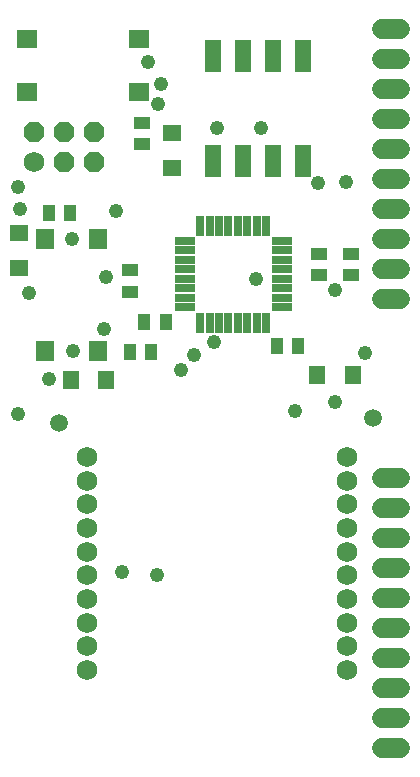
<source format=gts>
G75*
%MOIN*%
%OFA0B0*%
%FSLAX25Y25*%
%IPPOS*%
%LPD*%
%AMOC8*
5,1,8,0,0,1.08239X$1,22.5*
%
%ADD10R,0.05524X0.03950*%
%ADD11R,0.05524X0.06312*%
%ADD12R,0.06312X0.05524*%
%ADD13R,0.03950X0.05524*%
%ADD14C,0.05950*%
%ADD15R,0.06902X0.05918*%
%ADD16R,0.05918X0.06902*%
%ADD17C,0.06800*%
%ADD18OC8,0.06800*%
%ADD19C,0.06800*%
%ADD20R,0.05800X0.10800*%
%ADD21R,0.06600X0.02800*%
%ADD22R,0.02800X0.06600*%
%ADD23C,0.04762*%
D10*
X0439790Y0162437D03*
X0439790Y0169524D03*
X0502979Y0167870D03*
X0513412Y0167949D03*
X0513412Y0175035D03*
X0502979Y0174957D03*
X0443727Y0211571D03*
X0443727Y0218657D03*
D11*
X0502231Y0134484D03*
X0514042Y0134484D03*
X0431995Y0132988D03*
X0420184Y0132988D03*
D12*
X0403018Y0170232D03*
X0403018Y0182043D03*
X0453806Y0203618D03*
X0453806Y0215429D03*
D13*
X0419908Y0188657D03*
X0412822Y0188657D03*
X0444672Y0152437D03*
X0451759Y0152437D03*
X0446995Y0142201D03*
X0439908Y0142201D03*
X0488845Y0144169D03*
X0495932Y0144169D03*
D14*
X0520853Y0120232D03*
X0416286Y0118657D03*
D15*
X0405459Y0228894D03*
X0405459Y0246610D03*
X0442861Y0246610D03*
X0442861Y0228894D03*
D16*
X0429081Y0180035D03*
X0411365Y0180035D03*
X0411365Y0142634D03*
X0429081Y0142634D03*
D17*
X0425617Y0107240D03*
X0425617Y0099366D03*
X0425617Y0091492D03*
X0425617Y0083618D03*
X0425617Y0075744D03*
X0425617Y0067870D03*
X0425617Y0059996D03*
X0425617Y0052122D03*
X0425617Y0044248D03*
X0425617Y0036374D03*
X0512231Y0036374D03*
X0512231Y0044248D03*
X0512231Y0052122D03*
X0512231Y0059996D03*
X0512231Y0067870D03*
X0512231Y0075744D03*
X0512231Y0083618D03*
X0512231Y0091492D03*
X0512231Y0099366D03*
X0512231Y0107240D03*
X0407940Y0205469D03*
D18*
X0417940Y0205469D03*
X0427940Y0205469D03*
X0427940Y0215469D03*
X0417940Y0215469D03*
X0407940Y0215469D03*
D19*
X0523877Y0220075D02*
X0529877Y0220075D01*
X0529877Y0230075D02*
X0523877Y0230075D01*
X0523877Y0240075D02*
X0529877Y0240075D01*
X0529877Y0250075D02*
X0523877Y0250075D01*
X0523877Y0210075D02*
X0529877Y0210075D01*
X0529877Y0200075D02*
X0523877Y0200075D01*
X0523877Y0190075D02*
X0529877Y0190075D01*
X0529877Y0180075D02*
X0523877Y0180075D01*
X0523877Y0170075D02*
X0529877Y0170075D01*
X0529877Y0160075D02*
X0523877Y0160075D01*
X0523877Y0100193D02*
X0529877Y0100193D01*
X0529877Y0090193D02*
X0523877Y0090193D01*
X0523877Y0080193D02*
X0529877Y0080193D01*
X0529877Y0070193D02*
X0523877Y0070193D01*
X0523877Y0060193D02*
X0529877Y0060193D01*
X0529877Y0050193D02*
X0523877Y0050193D01*
X0523877Y0040193D02*
X0529877Y0040193D01*
X0529877Y0030193D02*
X0523877Y0030193D01*
X0523877Y0020193D02*
X0529877Y0020193D01*
X0529877Y0010193D02*
X0523877Y0010193D01*
D20*
X0497388Y0206000D03*
X0487388Y0206000D03*
X0477388Y0206000D03*
X0467388Y0206000D03*
X0467388Y0241000D03*
X0477388Y0241000D03*
X0487388Y0241000D03*
X0497388Y0241000D03*
D21*
X0490478Y0179224D03*
X0490478Y0176124D03*
X0490478Y0172924D03*
X0490478Y0169824D03*
X0490478Y0166624D03*
X0490478Y0163524D03*
X0490478Y0160324D03*
X0490478Y0157224D03*
X0458078Y0157224D03*
X0458078Y0160324D03*
X0458078Y0163524D03*
X0458078Y0166624D03*
X0458078Y0169824D03*
X0458078Y0172924D03*
X0458078Y0176124D03*
X0458078Y0179224D03*
D22*
X0463278Y0184424D03*
X0466378Y0184424D03*
X0469578Y0184424D03*
X0472678Y0184424D03*
X0475878Y0184424D03*
X0478978Y0184424D03*
X0482178Y0184424D03*
X0485278Y0184424D03*
X0485278Y0152024D03*
X0482178Y0152024D03*
X0478978Y0152024D03*
X0475878Y0152024D03*
X0472678Y0152024D03*
X0469578Y0152024D03*
X0466378Y0152024D03*
X0463278Y0152024D03*
D23*
X0402388Y0121728D03*
X0413018Y0133146D03*
X0420892Y0142594D03*
X0431129Y0150075D03*
X0456719Y0136295D03*
X0461050Y0141413D03*
X0467743Y0145744D03*
X0508294Y0163067D03*
X0481916Y0166610D03*
X0431916Y0167398D03*
X0420499Y0179996D03*
X0435066Y0189445D03*
X0403176Y0189839D03*
X0402388Y0197319D03*
X0449239Y0224878D03*
X0450026Y0231571D03*
X0445696Y0239051D03*
X0468924Y0217004D03*
X0483491Y0217004D03*
X0502388Y0198500D03*
X0511837Y0198894D03*
X0406325Y0161886D03*
X0494908Y0122516D03*
X0508294Y0125665D03*
X0518136Y0141807D03*
X0448845Y0067791D03*
X0437034Y0068972D03*
M02*

</source>
